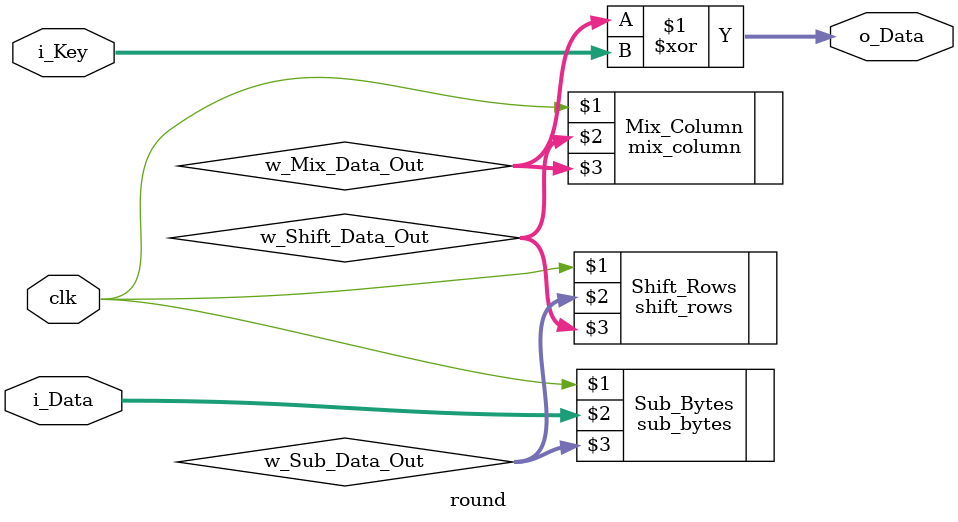
<source format=v>
`timescale 1ns / 1ps

module round(
    clk,
    i_Data,
    i_Key,
    o_Data
    );


    input clk;
    input [127:0] i_Data;
    input [127:0] i_Key;

    output [127:0] o_Data;

    wire [127:0] w_Sub_Data_Out;
    wire [127:0] w_Shift_Data_Out;
    wire [127:0] w_Mix_Data_Out; 

    sub_bytes Sub_Bytes(
        clk,
        i_Data,
        w_Sub_Data_Out
        );


    shift_rows Shift_Rows(
        clk,
        w_Sub_Data_Out,
        w_Shift_Data_Out
        );


    mix_column Mix_Column(
        clk,
        w_Shift_Data_Out,
        w_Mix_Data_Out
        );

    assign o_Data = w_Mix_Data_Out ^ i_Key;

endmodule
</source>
